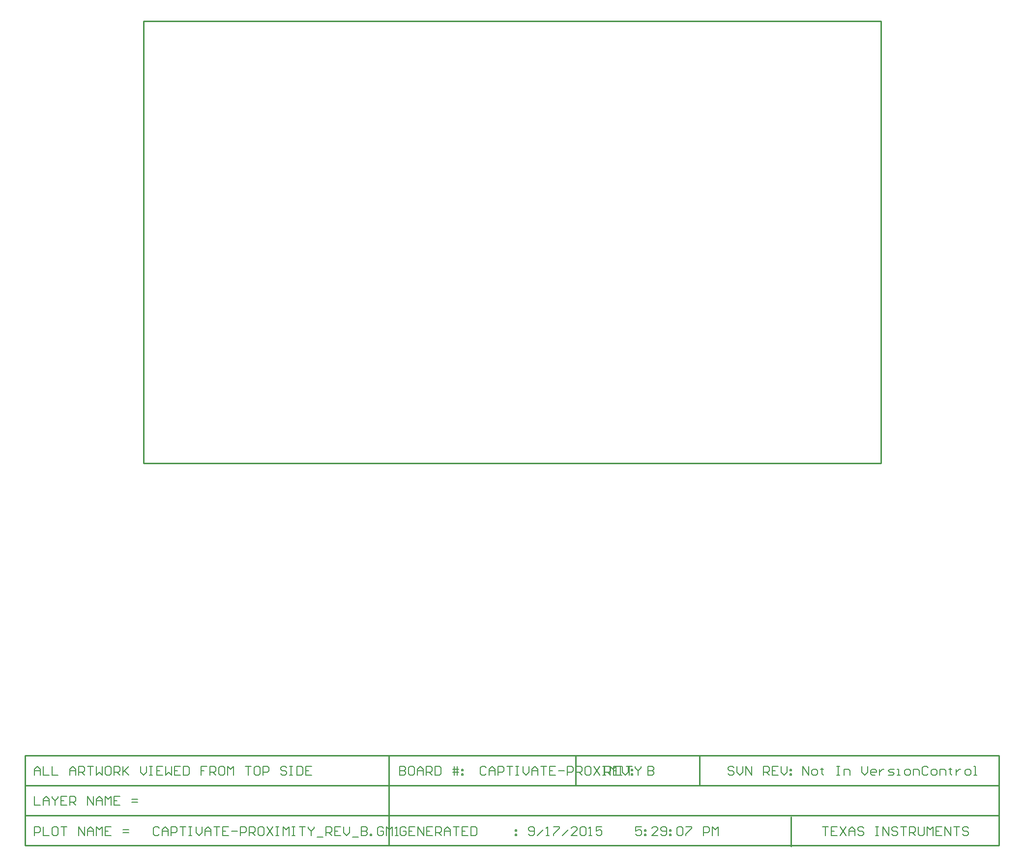
<source format=gm1>
%FSAX25Y25*%
%MOIN*%
G70*
G01*
G75*
G04 Layer_Color=7963671*
%ADD10R,0.03150X0.03150*%
%ADD11C,0.03937*%
%ADD12R,0.03740X0.03937*%
%ADD13C,0.02400*%
%ADD14C,0.01200*%
%ADD15C,0.01600*%
%ADD16C,0.01000*%
%ADD17C,0.00800*%
%ADD18C,0.06496*%
%ADD19C,0.18110*%
%ADD20R,0.06496X0.06496*%
%ADD21C,0.05000*%
%ADD22C,0.00600*%
%ADD23C,0.00787*%
%ADD24C,0.00700*%
%ADD25R,0.06299X0.01969*%
%ADD26R,0.03750X0.03750*%
%ADD27C,0.07874*%
%ADD28R,0.04340X0.04537*%
%ADD29C,0.07096*%
%ADD30C,0.18710*%
%ADD31R,0.07096X0.07096*%
G54D16*
X0120200Y0599400D02*
X0620200D01*
X0120200Y0299400D02*
X0620200D01*
Y0599400D01*
X0120200Y0299400D02*
Y0599400D01*
X0497200Y0080717D02*
Y0101050D01*
X0413200Y0080717D02*
Y0101050D01*
X0040000Y0080717D02*
X0700200D01*
X0040000Y0060383D02*
X0700000D01*
X0040000Y0040050D02*
X0440500D01*
X0040050Y0101050D02*
X0700200D01*
X0040050Y0040050D02*
Y0101050D01*
Y0040050D02*
X0197600D01*
X0040000D02*
Y0101050D01*
X0286500Y0040050D02*
Y0101050D01*
X0700200Y0040050D02*
Y0101050D01*
X0440500Y0040050D02*
X0700200D01*
X0559400Y0039400D02*
Y0059683D01*
G54D17*
X0567400Y0087833D02*
Y0093831D01*
X0571399Y0087833D01*
Y0093831D01*
X0574398Y0087833D02*
X0576397D01*
X0577397Y0088833D01*
Y0090832D01*
X0576397Y0091832D01*
X0574398D01*
X0573398Y0090832D01*
Y0088833D01*
X0574398Y0087833D01*
X0580396Y0092832D02*
Y0091832D01*
X0579396D01*
X0581395D01*
X0580396D01*
Y0088833D01*
X0581395Y0087833D01*
X0590393Y0093831D02*
X0592392D01*
X0591392D01*
Y0087833D01*
X0590393D01*
X0592392D01*
X0595391D02*
Y0091832D01*
X0598390D01*
X0599390Y0090832D01*
Y0087833D01*
X0607387Y0093831D02*
Y0089833D01*
X0609386Y0087833D01*
X0611386Y0089833D01*
Y0093831D01*
X0616384Y0087833D02*
X0614385D01*
X0613385Y0088833D01*
Y0090832D01*
X0614385Y0091832D01*
X0616384D01*
X0617384Y0090832D01*
Y0089833D01*
X0613385D01*
X0619383Y0091832D02*
Y0087833D01*
Y0089833D01*
X0620383Y0090832D01*
X0621383Y0091832D01*
X0622382D01*
X0625381Y0087833D02*
X0628380D01*
X0629380Y0088833D01*
X0628380Y0089833D01*
X0626381D01*
X0625381Y0090832D01*
X0626381Y0091832D01*
X0629380D01*
X0631379Y0087833D02*
X0633379D01*
X0632379D01*
Y0091832D01*
X0631379D01*
X0637377Y0087833D02*
X0639377D01*
X0640376Y0088833D01*
Y0090832D01*
X0639377Y0091832D01*
X0637377D01*
X0636378Y0090832D01*
Y0088833D01*
X0637377Y0087833D01*
X0642376D02*
Y0091832D01*
X0645375D01*
X0646374Y0090832D01*
Y0087833D01*
X0652373Y0092832D02*
X0651373Y0093831D01*
X0649373D01*
X0648374Y0092832D01*
Y0088833D01*
X0649373Y0087833D01*
X0651373D01*
X0652373Y0088833D01*
X0655372Y0087833D02*
X0657371D01*
X0658371Y0088833D01*
Y0090832D01*
X0657371Y0091832D01*
X0655372D01*
X0654372Y0090832D01*
Y0088833D01*
X0655372Y0087833D01*
X0660370D02*
Y0091832D01*
X0663369D01*
X0664369Y0090832D01*
Y0087833D01*
X0667368Y0092832D02*
Y0091832D01*
X0666368D01*
X0668367D01*
X0667368D01*
Y0088833D01*
X0668367Y0087833D01*
X0671366Y0091832D02*
Y0087833D01*
Y0089833D01*
X0672366Y0090832D01*
X0673366Y0091832D01*
X0674365D01*
X0678364Y0087833D02*
X0680364D01*
X0681363Y0088833D01*
Y0090832D01*
X0680364Y0091832D01*
X0678364D01*
X0677364Y0090832D01*
Y0088833D01*
X0678364Y0087833D01*
X0683362D02*
X0685362D01*
X0684362D01*
Y0093831D01*
X0683362D01*
X0520799Y0092832D02*
X0519799Y0093831D01*
X0517800D01*
X0516800Y0092832D01*
Y0091832D01*
X0517800Y0090832D01*
X0519799D01*
X0520799Y0089833D01*
Y0088833D01*
X0519799Y0087833D01*
X0517800D01*
X0516800Y0088833D01*
X0522798Y0093831D02*
Y0089833D01*
X0524797Y0087833D01*
X0526797Y0089833D01*
Y0093831D01*
X0528796Y0087833D02*
Y0093831D01*
X0532795Y0087833D01*
Y0093831D01*
X0540792Y0087833D02*
Y0093831D01*
X0543791D01*
X0544791Y0092832D01*
Y0090832D01*
X0543791Y0089833D01*
X0540792D01*
X0542792D02*
X0544791Y0087833D01*
X0550789Y0093831D02*
X0546790D01*
Y0087833D01*
X0550789D01*
X0546790Y0090832D02*
X0548790D01*
X0552788Y0093831D02*
Y0089833D01*
X0554788Y0087833D01*
X0556787Y0089833D01*
Y0093831D01*
X0558786Y0091832D02*
X0559786D01*
Y0090832D01*
X0558786D01*
Y0091832D01*
Y0088833D02*
X0559786D01*
Y0087833D01*
X0558786D01*
Y0088833D01*
X0433000Y0087833D02*
Y0093831D01*
X0435999D01*
X0436999Y0092832D01*
Y0090832D01*
X0435999Y0089833D01*
X0433000D01*
X0434999D02*
X0436999Y0087833D01*
X0442997Y0093831D02*
X0438998D01*
Y0087833D01*
X0442997D01*
X0438998Y0090832D02*
X0440997D01*
X0444996Y0093831D02*
Y0089833D01*
X0446995Y0087833D01*
X0448995Y0089833D01*
Y0093831D01*
X0450994Y0091832D02*
X0451994D01*
Y0090832D01*
X0450994D01*
Y0091832D01*
Y0088833D02*
X0451994D01*
Y0087833D01*
X0450994D01*
Y0088833D01*
X0130899Y0051965D02*
X0129899Y0052965D01*
X0127900D01*
X0126900Y0051965D01*
Y0047966D01*
X0127900Y0046966D01*
X0129899D01*
X0130899Y0047966D01*
X0132898Y0046966D02*
Y0050965D01*
X0134897Y0052965D01*
X0136897Y0050965D01*
Y0046966D01*
Y0049966D01*
X0132898D01*
X0138896Y0046966D02*
Y0052965D01*
X0141895D01*
X0142895Y0051965D01*
Y0049966D01*
X0141895Y0048966D01*
X0138896D01*
X0144894Y0052965D02*
X0148893D01*
X0146894D01*
Y0046966D01*
X0150892Y0052965D02*
X0152892D01*
X0151892D01*
Y0046966D01*
X0150892D01*
X0152892D01*
X0155891Y0052965D02*
Y0048966D01*
X0157890Y0046966D01*
X0159889Y0048966D01*
Y0052965D01*
X0161889Y0046966D02*
Y0050965D01*
X0163888Y0052965D01*
X0165887Y0050965D01*
Y0046966D01*
Y0049966D01*
X0161889D01*
X0167887Y0052965D02*
X0171885D01*
X0169886D01*
Y0046966D01*
X0177884Y0052965D02*
X0173885D01*
Y0046966D01*
X0177884D01*
X0173885Y0049966D02*
X0175884D01*
X0179883D02*
X0183882D01*
X0185881Y0046966D02*
Y0052965D01*
X0188880D01*
X0189880Y0051965D01*
Y0049966D01*
X0188880Y0048966D01*
X0185881D01*
X0191879Y0046966D02*
Y0052965D01*
X0194878D01*
X0195878Y0051965D01*
Y0049966D01*
X0194878Y0048966D01*
X0191879D01*
X0193878D02*
X0195878Y0046966D01*
X0200876Y0052965D02*
X0198877D01*
X0197877Y0051965D01*
Y0047966D01*
X0198877Y0046966D01*
X0200876D01*
X0201876Y0047966D01*
Y0051965D01*
X0200876Y0052965D01*
X0203875D02*
X0207874Y0046966D01*
Y0052965D02*
X0203875Y0046966D01*
X0209873Y0052965D02*
X0211873D01*
X0210873D01*
Y0046966D01*
X0209873D01*
X0211873D01*
X0214872D02*
Y0052965D01*
X0216871Y0050965D01*
X0218870Y0052965D01*
Y0046966D01*
X0220870Y0052965D02*
X0222869D01*
X0221869D01*
Y0046966D01*
X0220870D01*
X0222869D01*
X0225868Y0052965D02*
X0229867D01*
X0227867D01*
Y0046966D01*
X0231866Y0052965D02*
Y0051965D01*
X0233865Y0049966D01*
X0235865Y0051965D01*
Y0052965D01*
X0233865Y0049966D02*
Y0046966D01*
X0237864Y0045967D02*
X0241863D01*
X0243862Y0046966D02*
Y0052965D01*
X0246861D01*
X0247861Y0051965D01*
Y0049966D01*
X0246861Y0048966D01*
X0243862D01*
X0245862D02*
X0247861Y0046966D01*
X0253859Y0052965D02*
X0249860D01*
Y0046966D01*
X0253859D01*
X0249860Y0049966D02*
X0251860D01*
X0255858Y0052965D02*
Y0048966D01*
X0257858Y0046966D01*
X0259857Y0048966D01*
Y0052965D01*
X0261856Y0045967D02*
X0265855D01*
X0267854Y0052965D02*
Y0046966D01*
X0270853D01*
X0271853Y0047966D01*
Y0048966D01*
X0270853Y0049966D01*
X0267854D01*
X0270853D01*
X0271853Y0050965D01*
Y0051965D01*
X0270853Y0052965D01*
X0267854D01*
X0273852Y0046966D02*
Y0047966D01*
X0274852D01*
Y0046966D01*
X0273852D01*
X0282850Y0051965D02*
X0281850Y0052965D01*
X0279851D01*
X0278851Y0051965D01*
Y0047966D01*
X0279851Y0046966D01*
X0281850D01*
X0282850Y0047966D01*
Y0049966D01*
X0280850D01*
X0284849Y0046966D02*
Y0052965D01*
X0286848Y0050965D01*
X0288848Y0052965D01*
Y0046966D01*
X0290847D02*
X0292846D01*
X0291847D01*
Y0052965D01*
X0290847Y0051965D01*
X0381150Y0047966D02*
X0382150Y0046966D01*
X0384149D01*
X0385149Y0047966D01*
Y0051965D01*
X0384149Y0052965D01*
X0382150D01*
X0381150Y0051965D01*
Y0050965D01*
X0382150Y0049966D01*
X0385149D01*
X0387148Y0046966D02*
X0391147Y0050965D01*
X0393146Y0046966D02*
X0395146D01*
X0394146D01*
Y0052965D01*
X0393146Y0051965D01*
X0398145Y0052965D02*
X0402143D01*
Y0051965D01*
X0398145Y0047966D01*
Y0046966D01*
X0404143D02*
X0408141Y0050965D01*
X0414139Y0046966D02*
X0410141D01*
X0414139Y0050965D01*
Y0051965D01*
X0413140Y0052965D01*
X0411140D01*
X0410141Y0051965D01*
X0416139D02*
X0417138Y0052965D01*
X0419138D01*
X0420137Y0051965D01*
Y0047966D01*
X0419138Y0046966D01*
X0417138D01*
X0416139Y0047966D01*
Y0051965D01*
X0422137Y0046966D02*
X0424136D01*
X0423136D01*
Y0052965D01*
X0422137Y0051965D01*
X0431134Y0052965D02*
X0427135D01*
Y0049966D01*
X0429135Y0050965D01*
X0430134D01*
X0431134Y0049966D01*
Y0047966D01*
X0430134Y0046966D01*
X0428135D01*
X0427135Y0047966D01*
X0298199Y0051965D02*
X0297199Y0052965D01*
X0295200D01*
X0294200Y0051965D01*
Y0047966D01*
X0295200Y0046966D01*
X0297199D01*
X0298199Y0047966D01*
Y0049966D01*
X0296199D01*
X0304197Y0052965D02*
X0300198D01*
Y0046966D01*
X0304197D01*
X0300198Y0049966D02*
X0302197D01*
X0306196Y0046966D02*
Y0052965D01*
X0310195Y0046966D01*
Y0052965D01*
X0316193D02*
X0312194D01*
Y0046966D01*
X0316193D01*
X0312194Y0049966D02*
X0314194D01*
X0318192Y0046966D02*
Y0052965D01*
X0321191D01*
X0322191Y0051965D01*
Y0049966D01*
X0321191Y0048966D01*
X0318192D01*
X0320192D02*
X0322191Y0046966D01*
X0324190D02*
Y0050965D01*
X0326190Y0052965D01*
X0328189Y0050965D01*
Y0046966D01*
Y0049966D01*
X0324190D01*
X0330188Y0052965D02*
X0334187D01*
X0332188D01*
Y0046966D01*
X0340185Y0052965D02*
X0336186D01*
Y0046966D01*
X0340185D01*
X0336186Y0049966D02*
X0338186D01*
X0342184Y0052965D02*
Y0046966D01*
X0345183D01*
X0346183Y0047966D01*
Y0051965D01*
X0345183Y0052965D01*
X0342184D01*
X0372175Y0050965D02*
X0373175D01*
Y0049966D01*
X0372175D01*
Y0050965D01*
Y0047966D02*
X0373175D01*
Y0046966D01*
X0372175D01*
Y0047966D01*
X0046350Y0087833D02*
Y0091832D01*
X0048349Y0093831D01*
X0050349Y0091832D01*
Y0087833D01*
Y0090832D01*
X0046350D01*
X0052348Y0093831D02*
Y0087833D01*
X0056347D01*
X0058346Y0093831D02*
Y0087833D01*
X0062345D01*
X0070342D02*
Y0091832D01*
X0072342Y0093831D01*
X0074341Y0091832D01*
Y0087833D01*
Y0090832D01*
X0070342D01*
X0076340Y0087833D02*
Y0093831D01*
X0079339D01*
X0080339Y0092832D01*
Y0090832D01*
X0079339Y0089833D01*
X0076340D01*
X0078340D02*
X0080339Y0087833D01*
X0082338Y0093831D02*
X0086337D01*
X0084338D01*
Y0087833D01*
X0088336Y0093831D02*
Y0087833D01*
X0090336Y0089833D01*
X0092335Y0087833D01*
Y0093831D01*
X0097334D02*
X0095334D01*
X0094335Y0092832D01*
Y0088833D01*
X0095334Y0087833D01*
X0097334D01*
X0098333Y0088833D01*
Y0092832D01*
X0097334Y0093831D01*
X0100332Y0087833D02*
Y0093831D01*
X0103332D01*
X0104331Y0092832D01*
Y0090832D01*
X0103332Y0089833D01*
X0100332D01*
X0102332D02*
X0104331Y0087833D01*
X0106331Y0093831D02*
Y0087833D01*
Y0089833D01*
X0110329Y0093831D01*
X0107330Y0090832D01*
X0110329Y0087833D01*
X0118327Y0093831D02*
Y0089833D01*
X0120326Y0087833D01*
X0122325Y0089833D01*
Y0093831D01*
X0124325D02*
X0126324D01*
X0125324D01*
Y0087833D01*
X0124325D01*
X0126324D01*
X0133322Y0093831D02*
X0129323D01*
Y0087833D01*
X0133322D01*
X0129323Y0090832D02*
X0131323D01*
X0135321Y0093831D02*
Y0087833D01*
X0137321Y0089833D01*
X0139320Y0087833D01*
Y0093831D01*
X0145318D02*
X0141319D01*
Y0087833D01*
X0145318D01*
X0141319Y0090832D02*
X0143319D01*
X0147317Y0093831D02*
Y0087833D01*
X0150316D01*
X0151316Y0088833D01*
Y0092832D01*
X0150316Y0093831D01*
X0147317D01*
X0163312D02*
X0159313D01*
Y0090832D01*
X0161313D01*
X0159313D01*
Y0087833D01*
X0165312D02*
Y0093831D01*
X0168310D01*
X0169310Y0092832D01*
Y0090832D01*
X0168310Y0089833D01*
X0165312D01*
X0167311D02*
X0169310Y0087833D01*
X0174309Y0093831D02*
X0172309D01*
X0171310Y0092832D01*
Y0088833D01*
X0172309Y0087833D01*
X0174309D01*
X0175308Y0088833D01*
Y0092832D01*
X0174309Y0093831D01*
X0177308Y0087833D02*
Y0093831D01*
X0179307Y0091832D01*
X0181306Y0093831D01*
Y0087833D01*
X0189304Y0093831D02*
X0193303D01*
X0191303D01*
Y0087833D01*
X0198301Y0093831D02*
X0196301D01*
X0195302Y0092832D01*
Y0088833D01*
X0196301Y0087833D01*
X0198301D01*
X0199301Y0088833D01*
Y0092832D01*
X0198301Y0093831D01*
X0201300Y0087833D02*
Y0093831D01*
X0204299D01*
X0205299Y0092832D01*
Y0090832D01*
X0204299Y0089833D01*
X0201300D01*
X0217295Y0092832D02*
X0216295Y0093831D01*
X0214296D01*
X0213296Y0092832D01*
Y0091832D01*
X0214296Y0090832D01*
X0216295D01*
X0217295Y0089833D01*
Y0088833D01*
X0216295Y0087833D01*
X0214296D01*
X0213296Y0088833D01*
X0219294Y0093831D02*
X0221293D01*
X0220294D01*
Y0087833D01*
X0219294D01*
X0221293D01*
X0224292Y0093831D02*
Y0087833D01*
X0227291D01*
X0228291Y0088833D01*
Y0092832D01*
X0227291Y0093831D01*
X0224292D01*
X0234289D02*
X0230291D01*
Y0087833D01*
X0234289D01*
X0230291Y0090832D02*
X0232290D01*
X0462150Y0093831D02*
Y0087833D01*
X0465149D01*
X0466149Y0088833D01*
Y0089833D01*
X0465149Y0090832D01*
X0462150D01*
X0465149D01*
X0466149Y0091832D01*
Y0092832D01*
X0465149Y0093831D01*
X0462150D01*
X0352549Y0092832D02*
X0351549Y0093831D01*
X0349550D01*
X0348550Y0092832D01*
Y0088833D01*
X0349550Y0087833D01*
X0351549D01*
X0352549Y0088833D01*
X0354548Y0087833D02*
Y0091832D01*
X0356547Y0093831D01*
X0358547Y0091832D01*
Y0087833D01*
Y0090832D01*
X0354548D01*
X0360546Y0087833D02*
Y0093831D01*
X0363545D01*
X0364545Y0092832D01*
Y0090832D01*
X0363545Y0089833D01*
X0360546D01*
X0366544Y0093831D02*
X0370543D01*
X0368544D01*
Y0087833D01*
X0372542Y0093831D02*
X0374542D01*
X0373542D01*
Y0087833D01*
X0372542D01*
X0374542D01*
X0377541Y0093831D02*
Y0089833D01*
X0379540Y0087833D01*
X0381539Y0089833D01*
Y0093831D01*
X0383539Y0087833D02*
Y0091832D01*
X0385538Y0093831D01*
X0387537Y0091832D01*
Y0087833D01*
Y0090832D01*
X0383539D01*
X0389537Y0093831D02*
X0393535D01*
X0391536D01*
Y0087833D01*
X0399534Y0093831D02*
X0395535D01*
Y0087833D01*
X0399534D01*
X0395535Y0090832D02*
X0397534D01*
X0401533D02*
X0405532D01*
X0407531Y0087833D02*
Y0093831D01*
X0410530D01*
X0411530Y0092832D01*
Y0090832D01*
X0410530Y0089833D01*
X0407531D01*
X0413529Y0087833D02*
Y0093831D01*
X0416528D01*
X0417528Y0092832D01*
Y0090832D01*
X0416528Y0089833D01*
X0413529D01*
X0415528D02*
X0417528Y0087833D01*
X0422526Y0093831D02*
X0420527D01*
X0419527Y0092832D01*
Y0088833D01*
X0420527Y0087833D01*
X0422526D01*
X0423526Y0088833D01*
Y0092832D01*
X0422526Y0093831D01*
X0425525D02*
X0429524Y0087833D01*
Y0093831D02*
X0425525Y0087833D01*
X0431523Y0093831D02*
X0433523D01*
X0432523D01*
Y0087833D01*
X0431523D01*
X0433523D01*
X0436521D02*
Y0093831D01*
X0438521Y0091832D01*
X0440520Y0093831D01*
Y0087833D01*
X0442520Y0093831D02*
X0444519D01*
X0443519D01*
Y0087833D01*
X0442520D01*
X0444519D01*
X0447518Y0093831D02*
X0451517D01*
X0449517D01*
Y0087833D01*
X0453516Y0093831D02*
Y0092832D01*
X0455515Y0090832D01*
X0457515Y0092832D01*
Y0093831D01*
X0455515Y0090832D02*
Y0087833D01*
X0294000Y0093831D02*
Y0087833D01*
X0296999D01*
X0297999Y0088833D01*
Y0089833D01*
X0296999Y0090832D01*
X0294000D01*
X0296999D01*
X0297999Y0091832D01*
Y0092832D01*
X0296999Y0093831D01*
X0294000D01*
X0302997D02*
X0300998D01*
X0299998Y0092832D01*
Y0088833D01*
X0300998Y0087833D01*
X0302997D01*
X0303997Y0088833D01*
Y0092832D01*
X0302997Y0093831D01*
X0305996Y0087833D02*
Y0091832D01*
X0307996Y0093831D01*
X0309995Y0091832D01*
Y0087833D01*
Y0090832D01*
X0305996D01*
X0311994Y0087833D02*
Y0093831D01*
X0314993D01*
X0315993Y0092832D01*
Y0090832D01*
X0314993Y0089833D01*
X0311994D01*
X0313994D02*
X0315993Y0087833D01*
X0317992Y0093831D02*
Y0087833D01*
X0320991D01*
X0321991Y0088833D01*
Y0092832D01*
X0320991Y0093831D01*
X0317992D01*
X0330988Y0087833D02*
Y0093831D01*
X0332987D02*
Y0087833D01*
X0329988Y0091832D02*
X0332987D01*
X0333987D01*
X0329988Y0089833D02*
X0333987D01*
X0335986Y0091832D02*
X0336986D01*
Y0090832D01*
X0335986D01*
Y0091832D01*
Y0088833D02*
X0336986D01*
Y0087833D01*
X0335986D01*
Y0088833D01*
X0046350Y0073549D02*
Y0067551D01*
X0050349D01*
X0052348D02*
Y0071549D01*
X0054347Y0073549D01*
X0056347Y0071549D01*
Y0067551D01*
Y0070550D01*
X0052348D01*
X0058346Y0073549D02*
Y0072549D01*
X0060346Y0070550D01*
X0062345Y0072549D01*
Y0073549D01*
X0060346Y0070550D02*
Y0067551D01*
X0068343Y0073549D02*
X0064344D01*
Y0067551D01*
X0068343D01*
X0064344Y0070550D02*
X0066343D01*
X0070342Y0067551D02*
Y0073549D01*
X0073341D01*
X0074341Y0072549D01*
Y0070550D01*
X0073341Y0069550D01*
X0070342D01*
X0072342D02*
X0074341Y0067551D01*
X0082338D02*
Y0073549D01*
X0086337Y0067551D01*
Y0073549D01*
X0088336Y0067551D02*
Y0071549D01*
X0090336Y0073549D01*
X0092335Y0071549D01*
Y0067551D01*
Y0070550D01*
X0088336D01*
X0094335Y0067551D02*
Y0073549D01*
X0096334Y0071549D01*
X0098333Y0073549D01*
Y0067551D01*
X0104331Y0073549D02*
X0100332D01*
Y0067551D01*
X0104331D01*
X0100332Y0070550D02*
X0102332D01*
X0112329Y0069550D02*
X0116327D01*
X0112329Y0071549D02*
X0116327D01*
X0046350Y0046966D02*
Y0052965D01*
X0049349D01*
X0050349Y0051965D01*
Y0049966D01*
X0049349Y0048966D01*
X0046350D01*
X0052348Y0052965D02*
Y0046966D01*
X0056347D01*
X0061345Y0052965D02*
X0059346D01*
X0058346Y0051965D01*
Y0047966D01*
X0059346Y0046966D01*
X0061345D01*
X0062345Y0047966D01*
Y0051965D01*
X0061345Y0052965D01*
X0064344D02*
X0068343D01*
X0066343D01*
Y0046966D01*
X0076340D02*
Y0052965D01*
X0080339Y0046966D01*
Y0052965D01*
X0082338Y0046966D02*
Y0050965D01*
X0084338Y0052965D01*
X0086337Y0050965D01*
Y0046966D01*
Y0049966D01*
X0082338D01*
X0088336Y0046966D02*
Y0052965D01*
X0090336Y0050965D01*
X0092335Y0052965D01*
Y0046966D01*
X0098333Y0052965D02*
X0094335D01*
Y0046966D01*
X0098333D01*
X0094335Y0049966D02*
X0096334D01*
X0106331Y0048966D02*
X0110329D01*
X0106331Y0050965D02*
X0110329D01*
X0458049Y0052965D02*
X0454050D01*
Y0049966D01*
X0456049Y0050965D01*
X0457049D01*
X0458049Y0049966D01*
Y0047966D01*
X0457049Y0046966D01*
X0455050D01*
X0454050Y0047966D01*
X0460048Y0050965D02*
X0461048D01*
Y0049966D01*
X0460048D01*
Y0050965D01*
Y0047966D02*
X0461048D01*
Y0046966D01*
X0460048D01*
Y0047966D01*
X0469045Y0046966D02*
X0465046D01*
X0469045Y0050965D01*
Y0051965D01*
X0468046Y0052965D01*
X0466046D01*
X0465046Y0051965D01*
X0471044Y0047966D02*
X0472044Y0046966D01*
X0474044D01*
X0475043Y0047966D01*
Y0051965D01*
X0474044Y0052965D01*
X0472044D01*
X0471044Y0051965D01*
Y0050965D01*
X0472044Y0049966D01*
X0475043D01*
X0477043Y0050965D02*
X0478042D01*
Y0049966D01*
X0477043D01*
Y0050965D01*
Y0047966D02*
X0478042D01*
Y0046966D01*
X0477043D01*
Y0047966D01*
X0482041Y0051965D02*
X0483041Y0052965D01*
X0485040D01*
X0486040Y0051965D01*
Y0047966D01*
X0485040Y0046966D01*
X0483041D01*
X0482041Y0047966D01*
Y0051965D01*
X0488039Y0052965D02*
X0492038D01*
Y0051965D01*
X0488039Y0047966D01*
Y0046966D01*
X0500035D02*
Y0052965D01*
X0503034D01*
X0504034Y0051965D01*
Y0049966D01*
X0503034Y0048966D01*
X0500035D01*
X0506033Y0046966D02*
Y0052965D01*
X0508033Y0050965D01*
X0510032Y0052965D01*
Y0046966D01*
X0580500Y0052965D02*
X0584499D01*
X0582499D01*
Y0046966D01*
X0590497Y0052965D02*
X0586498D01*
Y0046966D01*
X0590497D01*
X0586498Y0049966D02*
X0588497D01*
X0592496Y0052965D02*
X0596495Y0046966D01*
Y0052965D02*
X0592496Y0046966D01*
X0598494D02*
Y0050965D01*
X0600493Y0052965D01*
X0602493Y0050965D01*
Y0046966D01*
Y0049966D01*
X0598494D01*
X0608491Y0051965D02*
X0607491Y0052965D01*
X0605492D01*
X0604492Y0051965D01*
Y0050965D01*
X0605492Y0049966D01*
X0607491D01*
X0608491Y0048966D01*
Y0047966D01*
X0607491Y0046966D01*
X0605492D01*
X0604492Y0047966D01*
X0616488Y0052965D02*
X0618488D01*
X0617488D01*
Y0046966D01*
X0616488D01*
X0618488D01*
X0621487D02*
Y0052965D01*
X0625486Y0046966D01*
Y0052965D01*
X0631484Y0051965D02*
X0630484Y0052965D01*
X0628484D01*
X0627485Y0051965D01*
Y0050965D01*
X0628484Y0049966D01*
X0630484D01*
X0631484Y0048966D01*
Y0047966D01*
X0630484Y0046966D01*
X0628484D01*
X0627485Y0047966D01*
X0633483Y0052965D02*
X0637482D01*
X0635482D01*
Y0046966D01*
X0639481D02*
Y0052965D01*
X0642480D01*
X0643480Y0051965D01*
Y0049966D01*
X0642480Y0048966D01*
X0639481D01*
X0641480D02*
X0643480Y0046966D01*
X0645479Y0052965D02*
Y0047966D01*
X0646479Y0046966D01*
X0648478D01*
X0649478Y0047966D01*
Y0052965D01*
X0651477Y0046966D02*
Y0052965D01*
X0653476Y0050965D01*
X0655476Y0052965D01*
Y0046966D01*
X0661474Y0052965D02*
X0657475D01*
Y0046966D01*
X0661474D01*
X0657475Y0049966D02*
X0659474D01*
X0663473Y0046966D02*
Y0052965D01*
X0667472Y0046966D01*
Y0052965D01*
X0669471D02*
X0673470D01*
X0671471D01*
Y0046966D01*
X0679468Y0051965D02*
X0678468Y0052965D01*
X0676469D01*
X0675469Y0051965D01*
Y0050965D01*
X0676469Y0049966D01*
X0678468D01*
X0679468Y0048966D01*
Y0047966D01*
X0678468Y0046966D01*
X0676469D01*
X0675469Y0047966D01*
M02*

</source>
